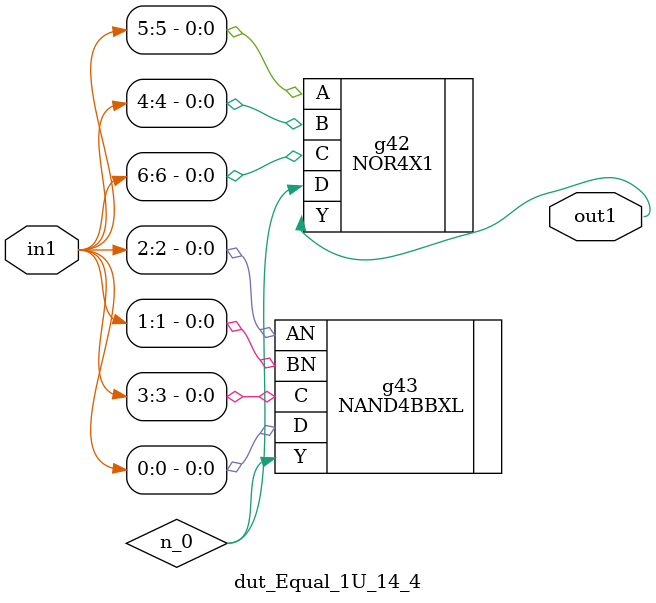
<source format=v>
`timescale 1ps / 1ps


module dut_Equal_1U_14_4(in1, out1);
  input [6:0] in1;
  output out1;
  wire [6:0] in1;
  wire out1;
  wire n_0;
  NOR4X1 g42(.A (in1[5]), .B (in1[4]), .C (in1[6]), .D (n_0), .Y
       (out1));
  NAND4BBXL g43(.AN (in1[2]), .BN (in1[1]), .C (in1[3]), .D (in1[0]),
       .Y (n_0));
endmodule



</source>
